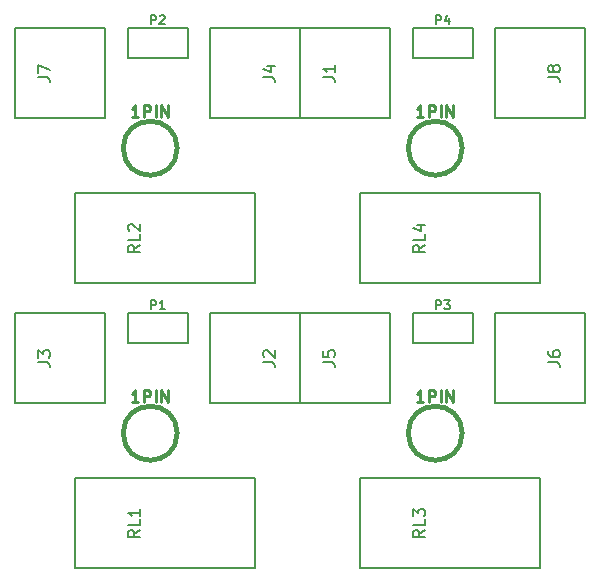
<source format=gto>
G04 (created by PCBNEW (2013-07-07 BZR 4022)-stable) date 1/16/2015 9:29:06 PM*
%MOIN*%
G04 Gerber Fmt 3.4, Leading zero omitted, Abs format*
%FSLAX34Y34*%
G01*
G70*
G90*
G04 APERTURE LIST*
%ADD10C,0.00590551*%
%ADD11C,0.006*%
%ADD12C,0.015*%
%ADD13C,0.01*%
G04 APERTURE END LIST*
G54D10*
X19500Y-20000D02*
X19500Y-23000D01*
X19500Y-23000D02*
X22500Y-23000D01*
X22500Y-23000D02*
X22500Y-20000D01*
X22500Y-20000D02*
X19500Y-20000D01*
X29000Y-23000D02*
X29000Y-20000D01*
X29000Y-20000D02*
X26000Y-20000D01*
X26000Y-20000D02*
X26000Y-23000D01*
X26000Y-23000D02*
X29000Y-23000D01*
X19500Y-10500D02*
X19500Y-13500D01*
X19500Y-13500D02*
X22500Y-13500D01*
X22500Y-13500D02*
X22500Y-10500D01*
X22500Y-10500D02*
X19500Y-10500D01*
X19500Y-23000D02*
X19500Y-20000D01*
X19500Y-20000D02*
X16500Y-20000D01*
X16500Y-20000D02*
X16500Y-23000D01*
X16500Y-23000D02*
X19500Y-23000D01*
X10000Y-10500D02*
X10000Y-13500D01*
X10000Y-13500D02*
X13000Y-13500D01*
X13000Y-13500D02*
X13000Y-10500D01*
X13000Y-10500D02*
X10000Y-10500D01*
X29000Y-13500D02*
X29000Y-10500D01*
X29000Y-10500D02*
X26000Y-10500D01*
X26000Y-10500D02*
X26000Y-13500D01*
X26000Y-13500D02*
X29000Y-13500D01*
X10000Y-20000D02*
X10000Y-23000D01*
X10000Y-23000D02*
X13000Y-23000D01*
X13000Y-23000D02*
X13000Y-20000D01*
X13000Y-20000D02*
X10000Y-20000D01*
X19500Y-13500D02*
X19500Y-10500D01*
X19500Y-10500D02*
X16500Y-10500D01*
X16500Y-10500D02*
X16500Y-13500D01*
X16500Y-13500D02*
X19500Y-13500D01*
X21500Y-28500D02*
X27500Y-28500D01*
X27500Y-28500D02*
X27500Y-25500D01*
X27500Y-25500D02*
X21500Y-25500D01*
X21500Y-25500D02*
X21500Y-28500D01*
X12000Y-28500D02*
X18000Y-28500D01*
X18000Y-28500D02*
X18000Y-25500D01*
X18000Y-25500D02*
X12000Y-25500D01*
X12000Y-25500D02*
X12000Y-28500D01*
X21500Y-19000D02*
X27500Y-19000D01*
X27500Y-19000D02*
X27500Y-16000D01*
X27500Y-16000D02*
X21500Y-16000D01*
X21500Y-16000D02*
X21500Y-19000D01*
X12000Y-19000D02*
X18000Y-19000D01*
X18000Y-19000D02*
X18000Y-16000D01*
X18000Y-16000D02*
X12000Y-16000D01*
X12000Y-16000D02*
X12000Y-19000D01*
G54D11*
X23250Y-21000D02*
X23250Y-20000D01*
X23250Y-20000D02*
X25250Y-20000D01*
X25250Y-20000D02*
X25250Y-21000D01*
X25250Y-21000D02*
X23250Y-21000D01*
X13750Y-21000D02*
X13750Y-20000D01*
X13750Y-20000D02*
X15750Y-20000D01*
X15750Y-20000D02*
X15750Y-21000D01*
X15750Y-21000D02*
X13750Y-21000D01*
X23250Y-11500D02*
X23250Y-10500D01*
X23250Y-10500D02*
X25250Y-10500D01*
X25250Y-10500D02*
X25250Y-11500D01*
X25250Y-11500D02*
X23250Y-11500D01*
X13750Y-11500D02*
X13750Y-10500D01*
X13750Y-10500D02*
X15750Y-10500D01*
X15750Y-10500D02*
X15750Y-11500D01*
X15750Y-11500D02*
X13750Y-11500D01*
G54D12*
X15400Y-14500D02*
G75*
G03X15400Y-14500I-900J0D01*
G74*
G01*
X24900Y-14500D02*
G75*
G03X24900Y-14500I-900J0D01*
G74*
G01*
X15400Y-24000D02*
G75*
G03X15400Y-24000I-900J0D01*
G74*
G01*
X24900Y-24000D02*
G75*
G03X24900Y-24000I-900J0D01*
G74*
G01*
G54D10*
X20265Y-21631D02*
X20546Y-21631D01*
X20603Y-21649D01*
X20640Y-21687D01*
X20659Y-21743D01*
X20659Y-21781D01*
X20265Y-21256D02*
X20265Y-21443D01*
X20453Y-21462D01*
X20434Y-21443D01*
X20415Y-21406D01*
X20415Y-21312D01*
X20434Y-21275D01*
X20453Y-21256D01*
X20490Y-21237D01*
X20584Y-21237D01*
X20621Y-21256D01*
X20640Y-21275D01*
X20659Y-21312D01*
X20659Y-21406D01*
X20640Y-21443D01*
X20621Y-21462D01*
X27765Y-21631D02*
X28046Y-21631D01*
X28103Y-21649D01*
X28140Y-21687D01*
X28159Y-21743D01*
X28159Y-21781D01*
X27765Y-21275D02*
X27765Y-21350D01*
X27784Y-21387D01*
X27803Y-21406D01*
X27859Y-21443D01*
X27934Y-21462D01*
X28084Y-21462D01*
X28121Y-21443D01*
X28140Y-21425D01*
X28159Y-21387D01*
X28159Y-21312D01*
X28140Y-21275D01*
X28121Y-21256D01*
X28084Y-21237D01*
X27990Y-21237D01*
X27953Y-21256D01*
X27934Y-21275D01*
X27915Y-21312D01*
X27915Y-21387D01*
X27934Y-21425D01*
X27953Y-21443D01*
X27990Y-21462D01*
X20265Y-12131D02*
X20546Y-12131D01*
X20603Y-12149D01*
X20640Y-12187D01*
X20659Y-12243D01*
X20659Y-12281D01*
X20659Y-11737D02*
X20659Y-11962D01*
X20659Y-11850D02*
X20265Y-11850D01*
X20321Y-11887D01*
X20359Y-11925D01*
X20378Y-11962D01*
X18265Y-21631D02*
X18546Y-21631D01*
X18603Y-21649D01*
X18640Y-21687D01*
X18659Y-21743D01*
X18659Y-21781D01*
X18303Y-21462D02*
X18284Y-21443D01*
X18265Y-21406D01*
X18265Y-21312D01*
X18284Y-21275D01*
X18303Y-21256D01*
X18340Y-21237D01*
X18378Y-21237D01*
X18434Y-21256D01*
X18659Y-21481D01*
X18659Y-21237D01*
X10765Y-12131D02*
X11046Y-12131D01*
X11103Y-12149D01*
X11140Y-12187D01*
X11159Y-12243D01*
X11159Y-12281D01*
X10765Y-11981D02*
X10765Y-11718D01*
X11159Y-11887D01*
X27765Y-12131D02*
X28046Y-12131D01*
X28103Y-12149D01*
X28140Y-12187D01*
X28159Y-12243D01*
X28159Y-12281D01*
X27934Y-11887D02*
X27915Y-11925D01*
X27896Y-11943D01*
X27859Y-11962D01*
X27840Y-11962D01*
X27803Y-11943D01*
X27784Y-11925D01*
X27765Y-11887D01*
X27765Y-11812D01*
X27784Y-11775D01*
X27803Y-11756D01*
X27840Y-11737D01*
X27859Y-11737D01*
X27896Y-11756D01*
X27915Y-11775D01*
X27934Y-11812D01*
X27934Y-11887D01*
X27953Y-11925D01*
X27971Y-11943D01*
X28009Y-11962D01*
X28084Y-11962D01*
X28121Y-11943D01*
X28140Y-11925D01*
X28159Y-11887D01*
X28159Y-11812D01*
X28140Y-11775D01*
X28121Y-11756D01*
X28084Y-11737D01*
X28009Y-11737D01*
X27971Y-11756D01*
X27953Y-11775D01*
X27934Y-11812D01*
X10765Y-21631D02*
X11046Y-21631D01*
X11103Y-21649D01*
X11140Y-21687D01*
X11159Y-21743D01*
X11159Y-21781D01*
X10765Y-21481D02*
X10765Y-21237D01*
X10915Y-21368D01*
X10915Y-21312D01*
X10934Y-21275D01*
X10953Y-21256D01*
X10990Y-21237D01*
X11084Y-21237D01*
X11121Y-21256D01*
X11140Y-21275D01*
X11159Y-21312D01*
X11159Y-21425D01*
X11140Y-21462D01*
X11121Y-21481D01*
X18265Y-12131D02*
X18546Y-12131D01*
X18603Y-12149D01*
X18640Y-12187D01*
X18659Y-12243D01*
X18659Y-12281D01*
X18396Y-11775D02*
X18659Y-11775D01*
X18246Y-11868D02*
X18528Y-11962D01*
X18528Y-11718D01*
X23659Y-27224D02*
X23471Y-27356D01*
X23659Y-27449D02*
X23265Y-27449D01*
X23265Y-27299D01*
X23284Y-27262D01*
X23303Y-27243D01*
X23340Y-27224D01*
X23396Y-27224D01*
X23434Y-27243D01*
X23453Y-27262D01*
X23471Y-27299D01*
X23471Y-27449D01*
X23659Y-26868D02*
X23659Y-27056D01*
X23265Y-27056D01*
X23265Y-26775D02*
X23265Y-26531D01*
X23415Y-26662D01*
X23415Y-26606D01*
X23434Y-26568D01*
X23453Y-26550D01*
X23490Y-26531D01*
X23584Y-26531D01*
X23621Y-26550D01*
X23640Y-26568D01*
X23659Y-26606D01*
X23659Y-26718D01*
X23640Y-26756D01*
X23621Y-26775D01*
X14159Y-27224D02*
X13971Y-27356D01*
X14159Y-27449D02*
X13765Y-27449D01*
X13765Y-27299D01*
X13784Y-27262D01*
X13803Y-27243D01*
X13840Y-27224D01*
X13896Y-27224D01*
X13934Y-27243D01*
X13953Y-27262D01*
X13971Y-27299D01*
X13971Y-27449D01*
X14159Y-26868D02*
X14159Y-27056D01*
X13765Y-27056D01*
X14159Y-26531D02*
X14159Y-26756D01*
X14159Y-26643D02*
X13765Y-26643D01*
X13821Y-26681D01*
X13859Y-26718D01*
X13878Y-26756D01*
X23659Y-17724D02*
X23471Y-17856D01*
X23659Y-17949D02*
X23265Y-17949D01*
X23265Y-17799D01*
X23284Y-17762D01*
X23303Y-17743D01*
X23340Y-17724D01*
X23396Y-17724D01*
X23434Y-17743D01*
X23453Y-17762D01*
X23471Y-17799D01*
X23471Y-17949D01*
X23659Y-17368D02*
X23659Y-17556D01*
X23265Y-17556D01*
X23396Y-17068D02*
X23659Y-17068D01*
X23246Y-17162D02*
X23528Y-17256D01*
X23528Y-17012D01*
X14159Y-17724D02*
X13971Y-17856D01*
X14159Y-17949D02*
X13765Y-17949D01*
X13765Y-17799D01*
X13784Y-17762D01*
X13803Y-17743D01*
X13840Y-17724D01*
X13896Y-17724D01*
X13934Y-17743D01*
X13953Y-17762D01*
X13971Y-17799D01*
X13971Y-17949D01*
X14159Y-17368D02*
X14159Y-17556D01*
X13765Y-17556D01*
X13803Y-17256D02*
X13784Y-17237D01*
X13765Y-17200D01*
X13765Y-17106D01*
X13784Y-17068D01*
X13803Y-17050D01*
X13840Y-17031D01*
X13878Y-17031D01*
X13934Y-17050D01*
X14159Y-17275D01*
X14159Y-17031D01*
G54D11*
X24028Y-19871D02*
X24028Y-19571D01*
X24142Y-19571D01*
X24171Y-19585D01*
X24185Y-19600D01*
X24200Y-19628D01*
X24200Y-19671D01*
X24185Y-19700D01*
X24171Y-19714D01*
X24142Y-19728D01*
X24028Y-19728D01*
X24300Y-19571D02*
X24485Y-19571D01*
X24385Y-19685D01*
X24428Y-19685D01*
X24457Y-19700D01*
X24471Y-19714D01*
X24485Y-19742D01*
X24485Y-19814D01*
X24471Y-19842D01*
X24457Y-19857D01*
X24428Y-19871D01*
X24342Y-19871D01*
X24314Y-19857D01*
X24300Y-19842D01*
X14528Y-19871D02*
X14528Y-19571D01*
X14642Y-19571D01*
X14671Y-19585D01*
X14685Y-19600D01*
X14700Y-19628D01*
X14700Y-19671D01*
X14685Y-19700D01*
X14671Y-19714D01*
X14642Y-19728D01*
X14528Y-19728D01*
X14985Y-19871D02*
X14814Y-19871D01*
X14900Y-19871D02*
X14900Y-19571D01*
X14871Y-19614D01*
X14842Y-19642D01*
X14814Y-19657D01*
X24028Y-10371D02*
X24028Y-10071D01*
X24142Y-10071D01*
X24171Y-10085D01*
X24185Y-10100D01*
X24200Y-10128D01*
X24200Y-10171D01*
X24185Y-10200D01*
X24171Y-10214D01*
X24142Y-10228D01*
X24028Y-10228D01*
X24457Y-10171D02*
X24457Y-10371D01*
X24385Y-10057D02*
X24314Y-10271D01*
X24500Y-10271D01*
X14528Y-10371D02*
X14528Y-10071D01*
X14642Y-10071D01*
X14671Y-10085D01*
X14685Y-10100D01*
X14700Y-10128D01*
X14700Y-10171D01*
X14685Y-10200D01*
X14671Y-10214D01*
X14642Y-10228D01*
X14528Y-10228D01*
X14814Y-10100D02*
X14828Y-10085D01*
X14857Y-10071D01*
X14928Y-10071D01*
X14957Y-10085D01*
X14971Y-10100D01*
X14985Y-10128D01*
X14985Y-10157D01*
X14971Y-10200D01*
X14800Y-10371D01*
X14985Y-10371D01*
G54D13*
X14109Y-13461D02*
X13880Y-13461D01*
X13995Y-13461D02*
X13995Y-13061D01*
X13957Y-13119D01*
X13919Y-13157D01*
X13880Y-13176D01*
X14280Y-13461D02*
X14280Y-13061D01*
X14433Y-13061D01*
X14471Y-13080D01*
X14490Y-13100D01*
X14509Y-13138D01*
X14509Y-13195D01*
X14490Y-13233D01*
X14471Y-13252D01*
X14433Y-13271D01*
X14280Y-13271D01*
X14680Y-13461D02*
X14680Y-13061D01*
X14871Y-13461D02*
X14871Y-13061D01*
X15100Y-13461D01*
X15100Y-13061D01*
X23609Y-13461D02*
X23380Y-13461D01*
X23495Y-13461D02*
X23495Y-13061D01*
X23457Y-13119D01*
X23419Y-13157D01*
X23380Y-13176D01*
X23780Y-13461D02*
X23780Y-13061D01*
X23933Y-13061D01*
X23971Y-13080D01*
X23990Y-13100D01*
X24009Y-13138D01*
X24009Y-13195D01*
X23990Y-13233D01*
X23971Y-13252D01*
X23933Y-13271D01*
X23780Y-13271D01*
X24180Y-13461D02*
X24180Y-13061D01*
X24371Y-13461D02*
X24371Y-13061D01*
X24600Y-13461D01*
X24600Y-13061D01*
X14109Y-22961D02*
X13880Y-22961D01*
X13995Y-22961D02*
X13995Y-22561D01*
X13957Y-22619D01*
X13919Y-22657D01*
X13880Y-22676D01*
X14280Y-22961D02*
X14280Y-22561D01*
X14433Y-22561D01*
X14471Y-22580D01*
X14490Y-22600D01*
X14509Y-22638D01*
X14509Y-22695D01*
X14490Y-22733D01*
X14471Y-22752D01*
X14433Y-22771D01*
X14280Y-22771D01*
X14680Y-22961D02*
X14680Y-22561D01*
X14871Y-22961D02*
X14871Y-22561D01*
X15100Y-22961D01*
X15100Y-22561D01*
X23609Y-22961D02*
X23380Y-22961D01*
X23495Y-22961D02*
X23495Y-22561D01*
X23457Y-22619D01*
X23419Y-22657D01*
X23380Y-22676D01*
X23780Y-22961D02*
X23780Y-22561D01*
X23933Y-22561D01*
X23971Y-22580D01*
X23990Y-22600D01*
X24009Y-22638D01*
X24009Y-22695D01*
X23990Y-22733D01*
X23971Y-22752D01*
X23933Y-22771D01*
X23780Y-22771D01*
X24180Y-22961D02*
X24180Y-22561D01*
X24371Y-22961D02*
X24371Y-22561D01*
X24600Y-22961D01*
X24600Y-22561D01*
M02*

</source>
